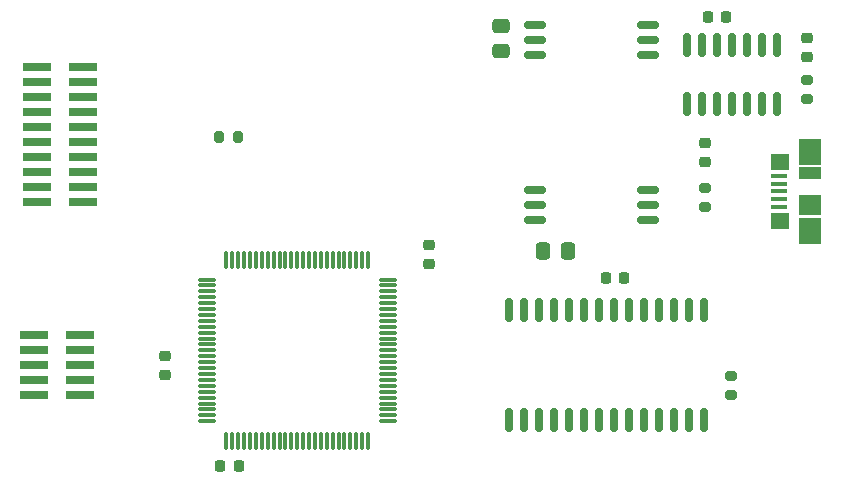
<source format=gbr>
%TF.GenerationSoftware,KiCad,Pcbnew,9.0.0-9.0.0-2~ubuntu24.10.1*%
%TF.CreationDate,2025-03-15T08:42:32-04:00*%
%TF.ProjectId,fat8,66617438-2e6b-4696-9361-645f70636258,rev?*%
%TF.SameCoordinates,Original*%
%TF.FileFunction,Paste,Top*%
%TF.FilePolarity,Positive*%
%FSLAX46Y46*%
G04 Gerber Fmt 4.6, Leading zero omitted, Abs format (unit mm)*
G04 Created by KiCad (PCBNEW 9.0.0-9.0.0-2~ubuntu24.10.1) date 2025-03-15 08:42:32*
%MOMM*%
%LPD*%
G01*
G04 APERTURE LIST*
G04 Aperture macros list*
%AMRoundRect*
0 Rectangle with rounded corners*
0 $1 Rounding radius*
0 $2 $3 $4 $5 $6 $7 $8 $9 X,Y pos of 4 corners*
0 Add a 4 corners polygon primitive as box body*
4,1,4,$2,$3,$4,$5,$6,$7,$8,$9,$2,$3,0*
0 Add four circle primitives for the rounded corners*
1,1,$1+$1,$2,$3*
1,1,$1+$1,$4,$5*
1,1,$1+$1,$6,$7*
1,1,$1+$1,$8,$9*
0 Add four rect primitives between the rounded corners*
20,1,$1+$1,$2,$3,$4,$5,0*
20,1,$1+$1,$4,$5,$6,$7,0*
20,1,$1+$1,$6,$7,$8,$9,0*
20,1,$1+$1,$8,$9,$2,$3,0*%
G04 Aperture macros list end*
%ADD10RoundRect,0.225000X-0.250000X0.225000X-0.250000X-0.225000X0.250000X-0.225000X0.250000X0.225000X0*%
%ADD11RoundRect,0.225000X0.250000X-0.225000X0.250000X0.225000X-0.250000X0.225000X-0.250000X-0.225000X0*%
%ADD12RoundRect,0.200000X-0.275000X0.200000X-0.275000X-0.200000X0.275000X-0.200000X0.275000X0.200000X0*%
%ADD13RoundRect,0.250000X-0.475000X0.337500X-0.475000X-0.337500X0.475000X-0.337500X0.475000X0.337500X0*%
%ADD14RoundRect,0.225000X0.225000X0.250000X-0.225000X0.250000X-0.225000X-0.250000X0.225000X-0.250000X0*%
%ADD15RoundRect,0.075000X-0.662500X-0.075000X0.662500X-0.075000X0.662500X0.075000X-0.662500X0.075000X0*%
%ADD16RoundRect,0.075000X-0.075000X-0.662500X0.075000X-0.662500X0.075000X0.662500X-0.075000X0.662500X0*%
%ADD17RoundRect,0.200000X0.275000X-0.200000X0.275000X0.200000X-0.275000X0.200000X-0.275000X-0.200000X0*%
%ADD18R,1.380000X0.450000*%
%ADD19R,1.905000X2.286000*%
%ADD20R,1.550000X1.425000*%
%ADD21R,1.900000X1.800000*%
%ADD22R,1.900000X1.000000*%
%ADD23R,2.400000X0.740000*%
%ADD24RoundRect,0.150000X-0.750000X-0.150000X0.750000X-0.150000X0.750000X0.150000X-0.750000X0.150000X0*%
%ADD25RoundRect,0.150000X-0.150000X0.875000X-0.150000X-0.875000X0.150000X-0.875000X0.150000X0.875000X0*%
%ADD26RoundRect,0.200000X0.200000X0.275000X-0.200000X0.275000X-0.200000X-0.275000X0.200000X-0.275000X0*%
%ADD27RoundRect,0.150000X-0.150000X0.825000X-0.150000X-0.825000X0.150000X-0.825000X0.150000X0.825000X0*%
%ADD28RoundRect,0.250000X0.337500X0.475000X-0.337500X0.475000X-0.337500X-0.475000X0.337500X-0.475000X0*%
G04 APERTURE END LIST*
D10*
%TO.C,C1*%
X122174000Y-53581000D03*
X122174000Y-55131000D03*
%TD*%
D11*
%TO.C,C6*%
X76454000Y-73165000D03*
X76454000Y-71615000D03*
%TD*%
D12*
%TO.C,R2*%
X122174000Y-57341000D03*
X122174000Y-58991000D03*
%TD*%
D13*
%TO.C,C8*%
X104902000Y-43666500D03*
X104902000Y-45741500D03*
%TD*%
D14*
%TO.C,C5*%
X82677000Y-80899000D03*
X81127000Y-80899000D03*
%TD*%
D15*
%TO.C,U4*%
X79967500Y-65120000D03*
X79967500Y-65620000D03*
X79967500Y-66120000D03*
X79967500Y-66620000D03*
X79967500Y-67120000D03*
X79967500Y-67620000D03*
X79967500Y-68120000D03*
X79967500Y-68620000D03*
X79967500Y-69120000D03*
X79967500Y-69620000D03*
X79967500Y-70120000D03*
X79967500Y-70620000D03*
X79967500Y-71120000D03*
X79967500Y-71620000D03*
X79967500Y-72120000D03*
X79967500Y-72620000D03*
X79967500Y-73120000D03*
X79967500Y-73620000D03*
X79967500Y-74120000D03*
X79967500Y-74620000D03*
X79967500Y-75120000D03*
X79967500Y-75620000D03*
X79967500Y-76120000D03*
X79967500Y-76620000D03*
X79967500Y-77120000D03*
D16*
X81630000Y-78782500D03*
X82130000Y-78782500D03*
X82630000Y-78782500D03*
X83130000Y-78782500D03*
X83630000Y-78782500D03*
X84130000Y-78782500D03*
X84630000Y-78782500D03*
X85130000Y-78782500D03*
X85630000Y-78782500D03*
X86130000Y-78782500D03*
X86630000Y-78782500D03*
X87130000Y-78782500D03*
X87630000Y-78782500D03*
X88130000Y-78782500D03*
X88630000Y-78782500D03*
X89130000Y-78782500D03*
X89630000Y-78782500D03*
X90130000Y-78782500D03*
X90630000Y-78782500D03*
X91130000Y-78782500D03*
X91630000Y-78782500D03*
X92130000Y-78782500D03*
X92630000Y-78782500D03*
X93130000Y-78782500D03*
X93630000Y-78782500D03*
D15*
X95292500Y-77120000D03*
X95292500Y-76620000D03*
X95292500Y-76120000D03*
X95292500Y-75620000D03*
X95292500Y-75120000D03*
X95292500Y-74620000D03*
X95292500Y-74120000D03*
X95292500Y-73620000D03*
X95292500Y-73120000D03*
X95292500Y-72620000D03*
X95292500Y-72120000D03*
X95292500Y-71620000D03*
X95292500Y-71120000D03*
X95292500Y-70620000D03*
X95292500Y-70120000D03*
X95292500Y-69620000D03*
X95292500Y-69120000D03*
X95292500Y-68620000D03*
X95292500Y-68120000D03*
X95292500Y-67620000D03*
X95292500Y-67120000D03*
X95292500Y-66620000D03*
X95292500Y-66120000D03*
X95292500Y-65620000D03*
X95292500Y-65120000D03*
D16*
X93630000Y-63457500D03*
X93130000Y-63457500D03*
X92630000Y-63457500D03*
X92130000Y-63457500D03*
X91630000Y-63457500D03*
X91130000Y-63457500D03*
X90630000Y-63457500D03*
X90130000Y-63457500D03*
X89630000Y-63457500D03*
X89130000Y-63457500D03*
X88630000Y-63457500D03*
X88130000Y-63457500D03*
X87630000Y-63457500D03*
X87130000Y-63457500D03*
X86630000Y-63457500D03*
X86130000Y-63457500D03*
X85630000Y-63457500D03*
X85130000Y-63457500D03*
X84630000Y-63457500D03*
X84130000Y-63457500D03*
X83630000Y-63457500D03*
X83130000Y-63457500D03*
X82630000Y-63457500D03*
X82130000Y-63457500D03*
X81630000Y-63457500D03*
%TD*%
D17*
%TO.C,R1*%
X130810000Y-49847000D03*
X130810000Y-48197000D03*
%TD*%
D18*
%TO.C,J2*%
X128404000Y-58958000D03*
X128404000Y-58308000D03*
X128404000Y-57658000D03*
X128404000Y-57008000D03*
X128404000Y-56358000D03*
D19*
X131064000Y-61033000D03*
D20*
X128489000Y-60145500D03*
D21*
X131064000Y-58808000D03*
D22*
X131064000Y-56108000D03*
D20*
X128489000Y-55170500D03*
D19*
X131064000Y-54283000D03*
%TD*%
D10*
%TO.C,D1*%
X130810000Y-44691000D03*
X130810000Y-46241000D03*
%TD*%
D23*
%TO.C,J3*%
X65614000Y-47117000D03*
X65614000Y-48387000D03*
X65614000Y-49657000D03*
X65614000Y-50927000D03*
X65614000Y-52197000D03*
X65614000Y-53467000D03*
X65614000Y-54737000D03*
X65614000Y-56007000D03*
X65614000Y-57277000D03*
X65614000Y-58547000D03*
X69514000Y-47117000D03*
X69514000Y-48387000D03*
X69514000Y-49657000D03*
X69514000Y-50927000D03*
X69514000Y-52197000D03*
X69514000Y-53467000D03*
X69514000Y-54737000D03*
X69514000Y-56007000D03*
X69514000Y-57277000D03*
X69514000Y-58547000D03*
%TD*%
D10*
%TO.C,C4*%
X98806000Y-62217000D03*
X98806000Y-63767000D03*
%TD*%
D12*
%TO.C,R4*%
X124333000Y-73280000D03*
X124333000Y-74930000D03*
%TD*%
D24*
%TO.C,DC1*%
X107722000Y-43561000D03*
X107722000Y-44831000D03*
X107722000Y-46101000D03*
X107722000Y-57531000D03*
X107722000Y-58801000D03*
X107722000Y-60071000D03*
X117322000Y-60071000D03*
X117322000Y-58801000D03*
X117322000Y-57531000D03*
X117322000Y-46101000D03*
X117322000Y-44831000D03*
X117322000Y-43561000D03*
%TD*%
D25*
%TO.C,U2*%
X122047000Y-67740000D03*
X120777000Y-67740000D03*
X119507000Y-67740000D03*
X118237000Y-67740000D03*
X116967000Y-67740000D03*
X115697000Y-67740000D03*
X114427000Y-67740000D03*
X113157000Y-67740000D03*
X111887000Y-67740000D03*
X110617000Y-67740000D03*
X109347000Y-67740000D03*
X108077000Y-67740000D03*
X106807000Y-67740000D03*
X105537000Y-67740000D03*
X105537000Y-77040000D03*
X106807000Y-77040000D03*
X108077000Y-77040000D03*
X109347000Y-77040000D03*
X110617000Y-77040000D03*
X111887000Y-77040000D03*
X113157000Y-77040000D03*
X114427000Y-77040000D03*
X115697000Y-77040000D03*
X116967000Y-77040000D03*
X118237000Y-77040000D03*
X119507000Y-77040000D03*
X120777000Y-77040000D03*
X122047000Y-77040000D03*
%TD*%
D14*
%TO.C,C3*%
X123965000Y-42926000D03*
X122415000Y-42926000D03*
%TD*%
D26*
%TO.C,R3*%
X82613000Y-53086000D03*
X80963000Y-53086000D03*
%TD*%
D27*
%TO.C,U5*%
X128270000Y-45277000D03*
X127000000Y-45277000D03*
X125730000Y-45277000D03*
X124460000Y-45277000D03*
X123190000Y-45277000D03*
X121920000Y-45277000D03*
X120650000Y-45277000D03*
X120650000Y-50227000D03*
X121920000Y-50227000D03*
X123190000Y-50227000D03*
X124460000Y-50227000D03*
X125730000Y-50227000D03*
X127000000Y-50227000D03*
X128270000Y-50227000D03*
%TD*%
D28*
%TO.C,C7*%
X110511500Y-62738000D03*
X108436500Y-62738000D03*
%TD*%
D23*
%TO.C,J1*%
X65360000Y-69850000D03*
X69260000Y-69850000D03*
X65360000Y-71120000D03*
X69260000Y-71120000D03*
X65360000Y-72390000D03*
X69260000Y-72390000D03*
X65360000Y-73660000D03*
X69260000Y-73660000D03*
X65360000Y-74930000D03*
X69260000Y-74930000D03*
%TD*%
D14*
%TO.C,C2*%
X115329000Y-65024000D03*
X113779000Y-65024000D03*
%TD*%
M02*

</source>
